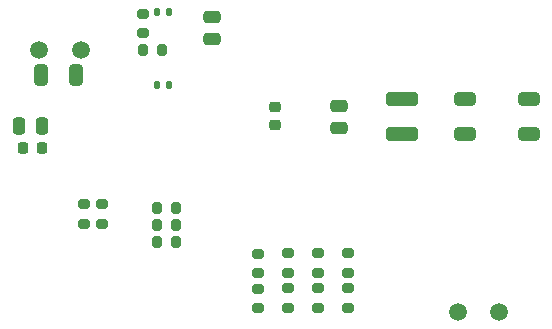
<source format=gbr>
%TF.GenerationSoftware,KiCad,Pcbnew,9.0.5*%
%TF.CreationDate,2025-10-15T03:39:03+09:00*%
%TF.ProjectId,fpga_pre_test,66706761-5f70-4726-955f-746573742e6b,rev?*%
%TF.SameCoordinates,Original*%
%TF.FileFunction,Soldermask,Bot*%
%TF.FilePolarity,Negative*%
%FSLAX46Y46*%
G04 Gerber Fmt 4.6, Leading zero omitted, Abs format (unit mm)*
G04 Created by KiCad (PCBNEW 9.0.5) date 2025-10-15 03:39:03*
%MOMM*%
%LPD*%
G01*
G04 APERTURE LIST*
G04 Aperture macros list*
%AMRoundRect*
0 Rectangle with rounded corners*
0 $1 Rounding radius*
0 $2 $3 $4 $5 $6 $7 $8 $9 X,Y pos of 4 corners*
0 Add a 4 corners polygon primitive as box body*
4,1,4,$2,$3,$4,$5,$6,$7,$8,$9,$2,$3,0*
0 Add four circle primitives for the rounded corners*
1,1,$1+$1,$2,$3*
1,1,$1+$1,$4,$5*
1,1,$1+$1,$6,$7*
1,1,$1+$1,$8,$9*
0 Add four rect primitives between the rounded corners*
20,1,$1+$1,$2,$3,$4,$5,0*
20,1,$1+$1,$4,$5,$6,$7,0*
20,1,$1+$1,$6,$7,$8,$9,0*
20,1,$1+$1,$8,$9,$2,$3,0*%
G04 Aperture macros list end*
%ADD10RoundRect,0.225000X-0.250000X0.225000X-0.250000X-0.225000X0.250000X-0.225000X0.250000X0.225000X0*%
%ADD11RoundRect,0.250000X-0.650000X0.325000X-0.650000X-0.325000X0.650000X-0.325000X0.650000X0.325000X0*%
%ADD12RoundRect,0.250000X-1.100000X0.325000X-1.100000X-0.325000X1.100000X-0.325000X1.100000X0.325000X0*%
%ADD13RoundRect,0.250000X-0.475000X0.250000X-0.475000X-0.250000X0.475000X-0.250000X0.475000X0.250000X0*%
%ADD14RoundRect,0.200000X0.275000X-0.200000X0.275000X0.200000X-0.275000X0.200000X-0.275000X-0.200000X0*%
%ADD15RoundRect,0.250000X0.250000X0.475000X-0.250000X0.475000X-0.250000X-0.475000X0.250000X-0.475000X0*%
%ADD16RoundRect,0.225000X0.225000X0.250000X-0.225000X0.250000X-0.225000X-0.250000X0.225000X-0.250000X0*%
%ADD17RoundRect,0.200000X0.200000X0.275000X-0.200000X0.275000X-0.200000X-0.275000X0.200000X-0.275000X0*%
%ADD18RoundRect,0.200000X-0.275000X0.200000X-0.275000X-0.200000X0.275000X-0.200000X0.275000X0.200000X0*%
%ADD19RoundRect,0.140000X0.140000X0.170000X-0.140000X0.170000X-0.140000X-0.170000X0.140000X-0.170000X0*%
%ADD20C,1.500000*%
%ADD21RoundRect,0.250000X0.475000X-0.250000X0.475000X0.250000X-0.475000X0.250000X-0.475000X-0.250000X0*%
%ADD22RoundRect,0.250000X0.325000X0.650000X-0.325000X0.650000X-0.325000X-0.650000X0.325000X-0.650000X0*%
G04 APERTURE END LIST*
D10*
%TO.C,C7*%
X150310000Y-92620000D03*
X150310000Y-94170000D03*
%TD*%
D11*
%TO.C,C10*%
X166405000Y-91990000D03*
X166405000Y-94940000D03*
%TD*%
D12*
%TO.C,C9*%
X161040000Y-94940000D03*
X161040000Y-91990000D03*
%TD*%
D13*
%TO.C,C8*%
X155675000Y-94415000D03*
X155675000Y-92515000D03*
%TD*%
D11*
%TO.C,C11*%
X171770000Y-94920000D03*
X171770000Y-91970000D03*
%TD*%
D14*
%TO.C,R14*%
X148870000Y-108010000D03*
X148870000Y-109660000D03*
%TD*%
D15*
%TO.C,C2*%
X130520000Y-94250000D03*
X128620000Y-94250000D03*
%TD*%
D16*
%TO.C,C3*%
X130520000Y-96130000D03*
X128970000Y-96130000D03*
%TD*%
D17*
%TO.C,R4*%
X140281493Y-102622499D03*
X141931493Y-102622499D03*
%TD*%
D14*
%TO.C,R1*%
X135610000Y-100885000D03*
X135610000Y-102535000D03*
%TD*%
D18*
%TO.C,R2*%
X134152689Y-102535000D03*
X134152689Y-100885000D03*
%TD*%
D17*
%TO.C,R3*%
X140281493Y-101162499D03*
X141931493Y-101162499D03*
%TD*%
%TO.C,R5*%
X140281493Y-104082499D03*
X141931493Y-104082499D03*
%TD*%
D19*
%TO.C,C6*%
X141290000Y-90740000D03*
X140330000Y-90740000D03*
%TD*%
D14*
%TO.C,R15*%
X148870000Y-106700000D03*
X148870000Y-105050000D03*
%TD*%
%TO.C,R13*%
X151410000Y-106690000D03*
X151410000Y-105040000D03*
%TD*%
%TO.C,R12*%
X151410000Y-109650000D03*
X151410000Y-108000000D03*
%TD*%
%TO.C,R11*%
X153950000Y-106690000D03*
X153950000Y-105040000D03*
%TD*%
%TO.C,R10*%
X153950000Y-109650000D03*
X153950000Y-108000000D03*
%TD*%
%TO.C,R9*%
X156495000Y-106690000D03*
X156495000Y-105040000D03*
%TD*%
%TO.C,R8*%
X156490000Y-109650000D03*
X156490000Y-108000000D03*
%TD*%
%TO.C,R7*%
X139145000Y-86400000D03*
X139145000Y-84750000D03*
%TD*%
D20*
%TO.C,J2*%
X169260000Y-110020000D03*
X165760000Y-110020000D03*
%TD*%
%TO.C,J1*%
X130330000Y-87770000D03*
X133830000Y-87770000D03*
%TD*%
D21*
%TO.C,C5*%
X144915000Y-86920000D03*
X144915000Y-85020000D03*
%TD*%
D19*
%TO.C,C4*%
X141275000Y-84560000D03*
X140315000Y-84560000D03*
%TD*%
D22*
%TO.C,C1*%
X133455000Y-89920000D03*
X130505000Y-89920000D03*
%TD*%
D17*
%TO.C,R6*%
X140725000Y-87790000D03*
X139075000Y-87790000D03*
%TD*%
M02*

</source>
